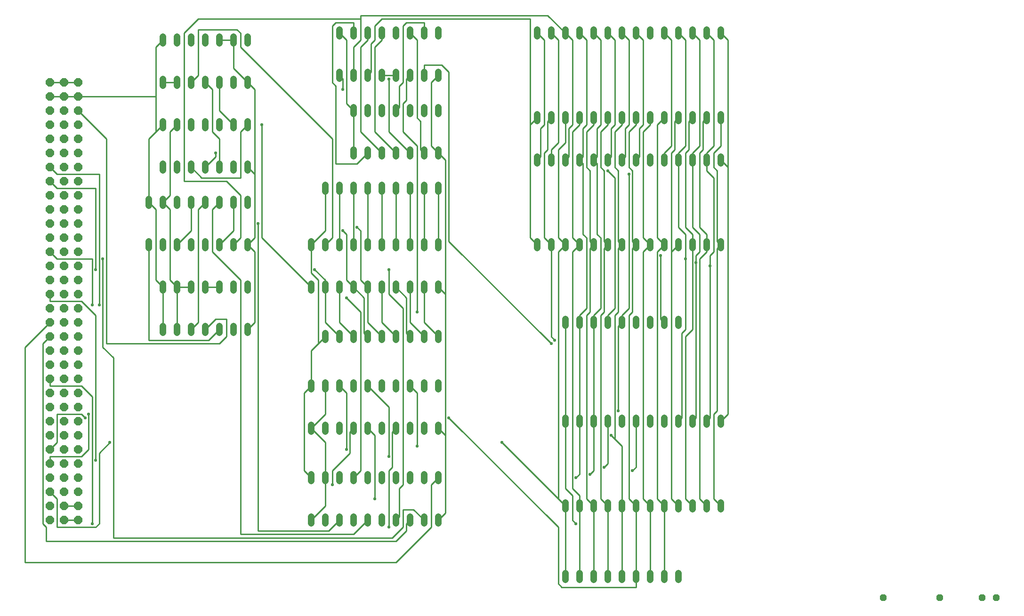
<source format=gbr>
G04 EAGLE Gerber RS-274X export*
G75*
%MOMM*%
%FSLAX34Y34*%
%LPD*%
%INTop Copper*%
%IPPOS*%
%AMOC8*
5,1,8,0,0,1.08239X$1,22.5*%
G01*
%ADD10P,1.649562X8X202.500000*%
%ADD11P,1.319650X8X202.500000*%
%ADD12C,1.219200*%
%ADD13C,0.254000*%
%ADD14C,0.558800*%


D10*
X50800Y177800D03*
X50800Y203200D03*
X50800Y228600D03*
X50800Y254000D03*
X50800Y279400D03*
X50800Y304800D03*
X50800Y330200D03*
X50800Y355600D03*
X50800Y381000D03*
X50800Y406400D03*
X50800Y431800D03*
X50800Y457200D03*
X50800Y482600D03*
X50800Y508000D03*
X50800Y533400D03*
X50800Y558800D03*
X76200Y177800D03*
X76200Y203200D03*
X76200Y228600D03*
X76200Y254000D03*
X76200Y279400D03*
X76200Y304800D03*
X76200Y330200D03*
X76200Y355600D03*
X76200Y381000D03*
X76200Y406400D03*
X76200Y431800D03*
X76200Y457200D03*
X76200Y482600D03*
X76200Y508000D03*
X76200Y533400D03*
X76200Y558800D03*
X101600Y177800D03*
X101600Y203200D03*
X101600Y228600D03*
X101600Y254000D03*
X101600Y279400D03*
X101600Y304800D03*
X101600Y330200D03*
X101600Y355600D03*
X101600Y381000D03*
X101600Y406400D03*
X101600Y431800D03*
X101600Y457200D03*
X101600Y482600D03*
X101600Y508000D03*
X101600Y533400D03*
X101600Y558800D03*
X50800Y584200D03*
X50800Y609600D03*
X50800Y635000D03*
X50800Y660400D03*
X50800Y685800D03*
X50800Y711200D03*
X50800Y736600D03*
X50800Y762000D03*
X50800Y787400D03*
X50800Y812800D03*
X50800Y838200D03*
X50800Y863600D03*
X50800Y889000D03*
X50800Y914400D03*
X50800Y939800D03*
X50800Y965200D03*
X76200Y584200D03*
X76200Y609600D03*
X76200Y635000D03*
X76200Y660400D03*
X76200Y685800D03*
X76200Y711200D03*
X76200Y736600D03*
X76200Y762000D03*
X76200Y787400D03*
X76200Y812800D03*
X76200Y838200D03*
X76200Y863600D03*
X76200Y889000D03*
X76200Y914400D03*
X76200Y939800D03*
X76200Y965200D03*
X101600Y584200D03*
X101600Y609600D03*
X101600Y635000D03*
X101600Y660400D03*
X101600Y685800D03*
X101600Y711200D03*
X101600Y736600D03*
X101600Y762000D03*
X101600Y787400D03*
X101600Y812800D03*
X101600Y838200D03*
X101600Y863600D03*
X101600Y889000D03*
X101600Y914400D03*
X101600Y939800D03*
X101600Y965200D03*
D11*
X1752600Y38100D03*
X1727200Y38100D03*
X1651000Y38100D03*
X1549400Y38100D03*
D12*
X927100Y895604D02*
X927100Y907796D01*
X952500Y907796D02*
X952500Y895604D01*
X977900Y895604D02*
X977900Y907796D01*
X1003300Y907796D02*
X1003300Y895604D01*
X1028700Y895604D02*
X1028700Y907796D01*
X1054100Y907796D02*
X1054100Y895604D01*
X1079500Y895604D02*
X1079500Y907796D01*
X1104900Y907796D02*
X1104900Y895604D01*
X1130300Y895604D02*
X1130300Y907796D01*
X1155700Y907796D02*
X1155700Y895604D01*
X1181100Y895604D02*
X1181100Y907796D01*
X1206500Y907796D02*
X1206500Y895604D01*
X1231900Y895604D02*
X1231900Y907796D01*
X1257300Y907796D02*
X1257300Y895604D01*
X1257300Y1048004D02*
X1257300Y1060196D01*
X1231900Y1060196D02*
X1231900Y1048004D01*
X1206500Y1048004D02*
X1206500Y1060196D01*
X1181100Y1060196D02*
X1181100Y1048004D01*
X1155700Y1048004D02*
X1155700Y1060196D01*
X1130300Y1060196D02*
X1130300Y1048004D01*
X1104900Y1048004D02*
X1104900Y1060196D01*
X1079500Y1060196D02*
X1079500Y1048004D01*
X1054100Y1048004D02*
X1054100Y1060196D01*
X1028700Y1060196D02*
X1028700Y1048004D01*
X1003300Y1048004D02*
X1003300Y1060196D01*
X977900Y1060196D02*
X977900Y1048004D01*
X952500Y1048004D02*
X952500Y1060196D01*
X927100Y1060196D02*
X927100Y1048004D01*
X927100Y679196D02*
X927100Y667004D01*
X952500Y667004D02*
X952500Y679196D01*
X977900Y679196D02*
X977900Y667004D01*
X1003300Y667004D02*
X1003300Y679196D01*
X1028700Y679196D02*
X1028700Y667004D01*
X1054100Y667004D02*
X1054100Y679196D01*
X1079500Y679196D02*
X1079500Y667004D01*
X1104900Y667004D02*
X1104900Y679196D01*
X1130300Y679196D02*
X1130300Y667004D01*
X1155700Y667004D02*
X1155700Y679196D01*
X1181100Y679196D02*
X1181100Y667004D01*
X1206500Y667004D02*
X1206500Y679196D01*
X1231900Y679196D02*
X1231900Y667004D01*
X1257300Y667004D02*
X1257300Y679196D01*
X1257300Y819404D02*
X1257300Y831596D01*
X1231900Y831596D02*
X1231900Y819404D01*
X1206500Y819404D02*
X1206500Y831596D01*
X1181100Y831596D02*
X1181100Y819404D01*
X1155700Y819404D02*
X1155700Y831596D01*
X1130300Y831596D02*
X1130300Y819404D01*
X1104900Y819404D02*
X1104900Y831596D01*
X1079500Y831596D02*
X1079500Y819404D01*
X1054100Y819404D02*
X1054100Y831596D01*
X1028700Y831596D02*
X1028700Y819404D01*
X1003300Y819404D02*
X1003300Y831596D01*
X977900Y831596D02*
X977900Y819404D01*
X952500Y819404D02*
X952500Y831596D01*
X927100Y831596D02*
X927100Y819404D01*
X977900Y209296D02*
X977900Y197104D01*
X1003300Y197104D02*
X1003300Y209296D01*
X1130300Y209296D02*
X1130300Y197104D01*
X1155700Y197104D02*
X1155700Y209296D01*
X1028700Y209296D02*
X1028700Y197104D01*
X1054100Y197104D02*
X1054100Y209296D01*
X1104900Y209296D02*
X1104900Y197104D01*
X1079500Y197104D02*
X1079500Y209296D01*
X1181100Y209296D02*
X1181100Y197104D01*
X1206500Y197104D02*
X1206500Y209296D01*
X1231900Y209296D02*
X1231900Y197104D01*
X1257300Y197104D02*
X1257300Y209296D01*
X1257300Y349504D02*
X1257300Y361696D01*
X1231900Y361696D02*
X1231900Y349504D01*
X1206500Y349504D02*
X1206500Y361696D01*
X1181100Y361696D02*
X1181100Y349504D01*
X1155700Y349504D02*
X1155700Y361696D01*
X1130300Y361696D02*
X1130300Y349504D01*
X1104900Y349504D02*
X1104900Y361696D01*
X1079500Y361696D02*
X1079500Y349504D01*
X1054100Y349504D02*
X1054100Y361696D01*
X1028700Y361696D02*
X1028700Y349504D01*
X1003300Y349504D02*
X1003300Y361696D01*
X977900Y361696D02*
X977900Y349504D01*
X1181100Y82296D02*
X1181100Y70104D01*
X1155700Y70104D02*
X1155700Y82296D01*
X1130300Y82296D02*
X1130300Y70104D01*
X1104900Y70104D02*
X1104900Y82296D01*
X1079500Y82296D02*
X1079500Y70104D01*
X1054100Y70104D02*
X1054100Y82296D01*
X1028700Y82296D02*
X1028700Y70104D01*
X1003300Y70104D02*
X1003300Y82296D01*
X977900Y82296D02*
X977900Y70104D01*
X977900Y527304D02*
X977900Y539496D01*
X1003300Y539496D02*
X1003300Y527304D01*
X1028700Y527304D02*
X1028700Y539496D01*
X1054100Y539496D02*
X1054100Y527304D01*
X1079500Y527304D02*
X1079500Y539496D01*
X1104900Y539496D02*
X1104900Y527304D01*
X1130300Y527304D02*
X1130300Y539496D01*
X1155700Y539496D02*
X1155700Y527304D01*
X1181100Y527304D02*
X1181100Y539496D01*
X254000Y806704D02*
X254000Y818896D01*
X279400Y818896D02*
X279400Y806704D01*
X406400Y806704D02*
X406400Y818896D01*
X406400Y882904D02*
X406400Y895096D01*
X304800Y818896D02*
X304800Y806704D01*
X330200Y806704D02*
X330200Y818896D01*
X381000Y818896D02*
X381000Y806704D01*
X355600Y806704D02*
X355600Y818896D01*
X381000Y882904D02*
X381000Y895096D01*
X355600Y895096D02*
X355600Y882904D01*
X330200Y882904D02*
X330200Y895096D01*
X304800Y895096D02*
X304800Y882904D01*
X279400Y882904D02*
X279400Y895096D01*
X254000Y895096D02*
X254000Y882904D01*
X571500Y971804D02*
X571500Y983996D01*
X596900Y983996D02*
X596900Y971804D01*
X723900Y971804D02*
X723900Y983996D01*
X749300Y983996D02*
X749300Y971804D01*
X622300Y971804D02*
X622300Y983996D01*
X647700Y983996D02*
X647700Y971804D01*
X698500Y971804D02*
X698500Y983996D01*
X673100Y983996D02*
X673100Y971804D01*
X749300Y1048004D02*
X749300Y1060196D01*
X723900Y1060196D02*
X723900Y1048004D01*
X698500Y1048004D02*
X698500Y1060196D01*
X673100Y1060196D02*
X673100Y1048004D01*
X647700Y1048004D02*
X647700Y1060196D01*
X622300Y1060196D02*
X622300Y1048004D01*
X596900Y1048004D02*
X596900Y1060196D01*
X571500Y1060196D02*
X571500Y1048004D01*
X520700Y348996D02*
X520700Y336804D01*
X546100Y336804D02*
X546100Y348996D01*
X673100Y348996D02*
X673100Y336804D01*
X698500Y336804D02*
X698500Y348996D01*
X571500Y348996D02*
X571500Y336804D01*
X596900Y336804D02*
X596900Y348996D01*
X647700Y348996D02*
X647700Y336804D01*
X622300Y336804D02*
X622300Y348996D01*
X723900Y348996D02*
X723900Y336804D01*
X749300Y336804D02*
X749300Y348996D01*
X749300Y413004D02*
X749300Y425196D01*
X723900Y425196D02*
X723900Y413004D01*
X698500Y413004D02*
X698500Y425196D01*
X673100Y425196D02*
X673100Y413004D01*
X647700Y413004D02*
X647700Y425196D01*
X622300Y425196D02*
X622300Y413004D01*
X596900Y413004D02*
X596900Y425196D01*
X571500Y425196D02*
X571500Y413004D01*
X546100Y413004D02*
X546100Y425196D01*
X520700Y425196D02*
X520700Y413004D01*
X520700Y183896D02*
X520700Y171704D01*
X546100Y171704D02*
X546100Y183896D01*
X673100Y183896D02*
X673100Y171704D01*
X698500Y171704D02*
X698500Y183896D01*
X571500Y183896D02*
X571500Y171704D01*
X596900Y171704D02*
X596900Y183896D01*
X647700Y183896D02*
X647700Y171704D01*
X622300Y171704D02*
X622300Y183896D01*
X723900Y183896D02*
X723900Y171704D01*
X749300Y171704D02*
X749300Y183896D01*
X749300Y247904D02*
X749300Y260096D01*
X723900Y260096D02*
X723900Y247904D01*
X698500Y247904D02*
X698500Y260096D01*
X673100Y260096D02*
X673100Y247904D01*
X647700Y247904D02*
X647700Y260096D01*
X622300Y260096D02*
X622300Y247904D01*
X596900Y247904D02*
X596900Y260096D01*
X571500Y260096D02*
X571500Y247904D01*
X546100Y247904D02*
X546100Y260096D01*
X520700Y260096D02*
X520700Y247904D01*
X596900Y832104D02*
X596900Y844296D01*
X622300Y844296D02*
X622300Y832104D01*
X749300Y832104D02*
X749300Y844296D01*
X749300Y908304D02*
X749300Y920496D01*
X647700Y844296D02*
X647700Y832104D01*
X673100Y832104D02*
X673100Y844296D01*
X723900Y844296D02*
X723900Y832104D01*
X698500Y832104D02*
X698500Y844296D01*
X723900Y908304D02*
X723900Y920496D01*
X698500Y920496D02*
X698500Y908304D01*
X673100Y908304D02*
X673100Y920496D01*
X647700Y920496D02*
X647700Y908304D01*
X622300Y908304D02*
X622300Y920496D01*
X596900Y920496D02*
X596900Y908304D01*
X520700Y602996D02*
X520700Y590804D01*
X546100Y590804D02*
X546100Y602996D01*
X673100Y602996D02*
X673100Y590804D01*
X698500Y590804D02*
X698500Y602996D01*
X571500Y602996D02*
X571500Y590804D01*
X596900Y590804D02*
X596900Y602996D01*
X647700Y602996D02*
X647700Y590804D01*
X622300Y590804D02*
X622300Y602996D01*
X723900Y602996D02*
X723900Y590804D01*
X749300Y590804D02*
X749300Y602996D01*
X749300Y667004D02*
X749300Y679196D01*
X723900Y679196D02*
X723900Y667004D01*
X698500Y667004D02*
X698500Y679196D01*
X673100Y679196D02*
X673100Y667004D01*
X647700Y667004D02*
X647700Y679196D01*
X622300Y679196D02*
X622300Y667004D01*
X596900Y667004D02*
X596900Y679196D01*
X571500Y679196D02*
X571500Y667004D01*
X546100Y667004D02*
X546100Y679196D01*
X520700Y679196D02*
X520700Y667004D01*
X546100Y514096D02*
X546100Y501904D01*
X571500Y501904D02*
X571500Y514096D01*
X596900Y514096D02*
X596900Y501904D01*
X622300Y501904D02*
X622300Y514096D01*
X647700Y514096D02*
X647700Y501904D01*
X673100Y501904D02*
X673100Y514096D01*
X698500Y514096D02*
X698500Y501904D01*
X723900Y501904D02*
X723900Y514096D01*
X749300Y514096D02*
X749300Y501904D01*
X546100Y768604D02*
X546100Y780796D01*
X571500Y780796D02*
X571500Y768604D01*
X596900Y768604D02*
X596900Y780796D01*
X622300Y780796D02*
X622300Y768604D01*
X647700Y768604D02*
X647700Y780796D01*
X673100Y780796D02*
X673100Y768604D01*
X698500Y768604D02*
X698500Y780796D01*
X723900Y780796D02*
X723900Y768604D01*
X749300Y768604D02*
X749300Y780796D01*
X254000Y959104D02*
X254000Y971296D01*
X279400Y971296D02*
X279400Y959104D01*
X406400Y959104D02*
X406400Y971296D01*
X406400Y1035304D02*
X406400Y1047496D01*
X304800Y971296D02*
X304800Y959104D01*
X330200Y959104D02*
X330200Y971296D01*
X381000Y971296D02*
X381000Y959104D01*
X355600Y959104D02*
X355600Y971296D01*
X381000Y1035304D02*
X381000Y1047496D01*
X355600Y1047496D02*
X355600Y1035304D01*
X330200Y1035304D02*
X330200Y1047496D01*
X304800Y1047496D02*
X304800Y1035304D01*
X279400Y1035304D02*
X279400Y1047496D01*
X254000Y1047496D02*
X254000Y1035304D01*
X228600Y679196D02*
X228600Y667004D01*
X254000Y667004D02*
X254000Y679196D01*
X381000Y679196D02*
X381000Y667004D01*
X406400Y667004D02*
X406400Y679196D01*
X279400Y679196D02*
X279400Y667004D01*
X304800Y667004D02*
X304800Y679196D01*
X355600Y679196D02*
X355600Y667004D01*
X330200Y667004D02*
X330200Y679196D01*
X406400Y743204D02*
X406400Y755396D01*
X381000Y755396D02*
X381000Y743204D01*
X355600Y743204D02*
X355600Y755396D01*
X330200Y755396D02*
X330200Y743204D01*
X304800Y743204D02*
X304800Y755396D01*
X279400Y755396D02*
X279400Y743204D01*
X254000Y743204D02*
X254000Y755396D01*
X228600Y755396D02*
X228600Y743204D01*
X254000Y526796D02*
X254000Y514604D01*
X279400Y514604D02*
X279400Y526796D01*
X406400Y526796D02*
X406400Y514604D01*
X406400Y590804D02*
X406400Y602996D01*
X304800Y526796D02*
X304800Y514604D01*
X330200Y514604D02*
X330200Y526796D01*
X381000Y526796D02*
X381000Y514604D01*
X355600Y514604D02*
X355600Y526796D01*
X381000Y590804D02*
X381000Y602996D01*
X355600Y602996D02*
X355600Y590804D01*
X330200Y590804D02*
X330200Y602996D01*
X304800Y602996D02*
X304800Y590804D01*
X279400Y590804D02*
X279400Y602996D01*
X254000Y602996D02*
X254000Y590804D01*
D13*
X76200Y965200D02*
X50800Y965200D01*
X76200Y965200D02*
X101600Y965200D01*
X381000Y990600D02*
X406400Y965200D01*
X381000Y990600D02*
X381000Y1041400D01*
X355600Y1041400D01*
X266700Y762000D02*
X254000Y749300D01*
X266700Y762000D02*
X266700Y876300D01*
X279400Y889000D01*
X419100Y685800D02*
X406400Y673100D01*
X419100Y685800D02*
X419100Y800100D01*
X406400Y812800D01*
X355600Y596900D02*
X330200Y596900D01*
X279400Y596900D02*
X279400Y520700D01*
X279400Y596900D02*
X304800Y596900D01*
X406400Y673100D02*
X419100Y660400D01*
X419100Y533400D01*
X406400Y520700D01*
X266700Y736600D02*
X254000Y749300D01*
X266700Y736600D02*
X266700Y609600D01*
X279400Y596900D01*
X419100Y952500D02*
X406400Y965200D01*
X419100Y952500D02*
X419100Y800100D01*
X546100Y368300D02*
X520700Y342900D01*
X546100Y368300D02*
X546100Y419100D01*
X101600Y177800D02*
X76200Y177800D01*
X520700Y177800D02*
X546100Y203200D01*
X546100Y254000D01*
X546100Y317500D02*
X520700Y342900D01*
X546100Y317500D02*
X546100Y254000D01*
X647700Y977900D02*
X673100Y977900D01*
X736600Y850900D02*
X749300Y838200D01*
X736600Y850900D02*
X736600Y965200D01*
X749300Y977900D01*
X1250950Y679450D02*
X1257300Y673100D01*
X1250950Y679450D02*
X1250950Y806450D01*
X1244600Y812800D01*
X1244600Y838200D01*
X1257300Y850900D01*
X1257300Y901700D01*
X762000Y190500D02*
X749300Y177800D01*
X762000Y190500D02*
X762000Y330200D01*
X749300Y342900D01*
X762000Y584200D02*
X749300Y596900D01*
X762000Y584200D02*
X762000Y330200D01*
X1250950Y666750D02*
X1257300Y673100D01*
X1250950Y666750D02*
X1250950Y374650D01*
X1244600Y368300D01*
X1244600Y215900D01*
X1257300Y203200D01*
X762000Y825500D02*
X749300Y838200D01*
X762000Y825500D02*
X762000Y584200D01*
X927100Y825500D02*
X933450Y831850D01*
X933450Y882650D01*
X939800Y889000D01*
X939800Y1041400D01*
X927100Y1054100D01*
X596900Y914400D02*
X596900Y838200D01*
X584200Y1041400D02*
X571500Y1054100D01*
X584200Y1041400D02*
X584200Y927100D01*
X596900Y914400D01*
X546100Y698500D02*
X520700Y673100D01*
X546100Y698500D02*
X546100Y774700D01*
X381000Y698500D02*
X355600Y673100D01*
X381000Y698500D02*
X381000Y749300D01*
X254000Y596900D02*
X254000Y520700D01*
X76200Y939800D02*
X50800Y939800D01*
X76200Y939800D02*
X101600Y939800D01*
X228600Y863600D02*
X241300Y876300D01*
X254000Y889000D01*
X228600Y863600D02*
X228600Y749300D01*
X241300Y1028700D02*
X254000Y1041400D01*
X241300Y939800D02*
X241300Y876300D01*
X241300Y939800D02*
X241300Y1028700D01*
X304800Y698500D02*
X279400Y673100D01*
X304800Y698500D02*
X304800Y749300D01*
X241300Y939800D02*
X101600Y939800D01*
X241300Y609600D02*
X254000Y596900D01*
X241300Y609600D02*
X241300Y736600D01*
X228600Y749300D01*
X977900Y533400D02*
X977900Y355600D01*
X101600Y203200D02*
X76200Y203200D01*
X508000Y266700D02*
X520700Y254000D01*
X508000Y266700D02*
X508000Y406400D01*
X520700Y419100D01*
X520700Y482600D02*
X533400Y495300D01*
X546100Y508000D01*
X520700Y482600D02*
X520700Y419100D01*
X990600Y177800D02*
X996950Y171450D01*
X990600Y177800D02*
X990600Y222250D01*
X977900Y234950D01*
X977900Y355600D01*
X520700Y622300D02*
X520700Y673100D01*
X520700Y622300D02*
X533400Y609600D01*
X533400Y495300D01*
D14*
X996950Y171450D03*
D13*
X571500Y508000D02*
X546100Y533400D01*
X546100Y596900D01*
X546100Y609600D02*
X527050Y628650D01*
X546100Y609600D02*
X546100Y596900D01*
D14*
X527050Y628650D03*
D13*
X571500Y533400D02*
X596900Y508000D01*
X571500Y533400D02*
X571500Y596900D01*
X63500Y647700D02*
X50800Y660400D01*
X63500Y647700D02*
X127000Y647700D01*
X127000Y565150D01*
D14*
X127000Y565150D03*
D13*
X622300Y533400D02*
X647700Y508000D01*
X622300Y533400D02*
X622300Y596900D01*
X609600Y698500D02*
X603250Y704850D01*
X609600Y698500D02*
X609600Y609600D01*
X622300Y596900D01*
D14*
X603250Y704850D03*
D13*
X647700Y533400D02*
X673100Y508000D01*
X647700Y533400D02*
X647700Y596900D01*
X692150Y514350D02*
X698500Y508000D01*
X692150Y514350D02*
X692150Y577850D01*
X673100Y596900D01*
X698500Y533400D02*
X723900Y508000D01*
X698500Y533400D02*
X698500Y596900D01*
X63500Y774700D02*
X50800Y787400D01*
X63500Y774700D02*
X133350Y774700D01*
X133350Y628650D01*
D14*
X133350Y628650D03*
D13*
X615950Y514350D02*
X622300Y508000D01*
X615950Y514350D02*
X615950Y577850D01*
X596900Y596900D01*
X584200Y692150D02*
X577850Y698500D01*
X584200Y692150D02*
X584200Y609600D01*
X596900Y596900D01*
D14*
X577850Y698500D03*
D13*
X723900Y533400D02*
X749300Y508000D01*
X723900Y533400D02*
X723900Y596900D01*
X63500Y800100D02*
X50800Y812800D01*
X63500Y800100D02*
X139700Y800100D01*
X139700Y565150D01*
D14*
X139700Y565150D03*
D13*
X158750Y317500D02*
X139700Y298450D01*
X139700Y171450D01*
X133350Y165100D01*
X63500Y165100D01*
X63500Y215900D01*
X50800Y228600D01*
D14*
X158750Y317500D03*
D13*
X590550Y336550D02*
X596900Y342900D01*
X590550Y336550D02*
X590550Y298450D01*
X558800Y266700D01*
X558800Y241300D01*
D14*
X558800Y241300D03*
D13*
X120650Y304800D02*
X120650Y368300D01*
X120650Y304800D02*
X107950Y292100D01*
X50800Y292100D01*
X50800Y279400D01*
D14*
X120650Y368300D03*
D13*
X114300Y361950D02*
X107950Y368300D01*
X63500Y368300D01*
X63500Y317500D01*
X50800Y304800D01*
D14*
X114300Y361950D03*
D13*
X698500Y419100D02*
X711200Y406400D01*
X711200Y311150D01*
D14*
X711200Y311150D03*
D13*
X127000Y400050D02*
X127000Y171450D01*
X127000Y400050D02*
X107950Y419100D01*
X50800Y419100D01*
X50800Y431800D01*
D14*
X127000Y171450D03*
D13*
X692150Y171450D02*
X698500Y177800D01*
X692150Y171450D02*
X692150Y158750D01*
X673100Y139700D01*
X44450Y139700D01*
X44450Y165100D01*
X38100Y171450D01*
X38100Y495300D01*
X50800Y508000D01*
X736600Y241300D02*
X749300Y254000D01*
X736600Y241300D02*
X736600Y165100D01*
X673100Y101600D01*
X6350Y101600D01*
X6350Y488950D01*
X50800Y533400D01*
X133350Y546100D02*
X133350Y285750D01*
X133350Y546100D02*
X107950Y571500D01*
X50800Y571500D01*
X50800Y584200D01*
D14*
X133350Y285750D03*
D13*
X596900Y254000D02*
X609600Y266700D01*
X609600Y552450D01*
X584200Y577850D01*
D14*
X584200Y577850D03*
D13*
X381000Y889000D02*
X355600Y914400D01*
X355600Y965200D01*
X431800Y685800D02*
X520700Y596900D01*
X431800Y685800D02*
X431800Y889000D01*
X355600Y863600D02*
X355600Y812800D01*
X355600Y863600D02*
X342900Y876300D01*
X342900Y952500D01*
X330200Y965200D01*
D14*
X431800Y889000D03*
D13*
X349250Y539750D02*
X330200Y520700D01*
X349250Y539750D02*
X368300Y539750D01*
X368300Y508000D01*
X355600Y495300D01*
X152400Y495300D01*
X152400Y863600D01*
X101600Y914400D01*
X1143000Y685800D02*
X1155700Y673100D01*
X1143000Y685800D02*
X1143000Y889000D01*
X1155700Y901700D01*
X1155700Y203200D02*
X1155700Y76200D01*
X584200Y406400D02*
X571500Y419100D01*
X584200Y406400D02*
X584200Y304800D01*
X1143000Y660400D02*
X1155700Y673100D01*
X1143000Y660400D02*
X1143000Y215900D01*
X1155700Y203200D01*
D14*
X584200Y304800D03*
D13*
X1117600Y685800D02*
X1130300Y673100D01*
X1117600Y685800D02*
X1117600Y876300D01*
X1130300Y889000D01*
X1130300Y901700D01*
X1130300Y203200D02*
X1130300Y76200D01*
X660400Y381000D02*
X622300Y419100D01*
X660400Y381000D02*
X660400Y292100D01*
X1117600Y660400D02*
X1130300Y673100D01*
X1117600Y660400D02*
X1117600Y215900D01*
X1130300Y203200D01*
D14*
X660400Y292100D03*
D13*
X1098550Y679450D02*
X1104900Y673100D01*
X1098550Y679450D02*
X1098550Y806450D01*
X1092200Y812800D01*
X1092200Y876300D01*
X1104900Y889000D01*
X1104900Y901700D01*
X1104900Y203200D02*
X1104900Y76200D01*
X965200Y165100D02*
X768350Y361950D01*
X965200Y165100D02*
X965200Y63500D01*
X971550Y57150D01*
X1104900Y57150D01*
X1104900Y76200D01*
X1098550Y666750D02*
X1104900Y673100D01*
X1098550Y666750D02*
X1098550Y552450D01*
X1092200Y546100D01*
X1092200Y215900D01*
X1104900Y203200D01*
D14*
X768350Y361950D03*
D13*
X1079500Y673100D02*
X1073150Y679450D01*
X1073150Y806450D01*
X1066800Y812800D01*
X1066800Y876300D01*
X1079500Y889000D01*
X1079500Y901700D01*
X1079500Y203200D02*
X1079500Y76200D01*
X1079500Y311150D02*
X1066800Y323850D01*
X1060450Y330200D01*
X1079500Y311150D02*
X1079500Y203200D01*
X1073150Y666750D02*
X1079500Y673100D01*
X1073150Y666750D02*
X1073150Y552450D01*
X1066800Y546100D01*
X1066800Y323850D01*
D14*
X1060450Y330200D03*
D13*
X1054100Y673100D02*
X1047750Y679450D01*
X1047750Y806450D01*
X1041400Y812800D01*
X1041400Y876300D01*
X1054100Y889000D01*
X1054100Y901700D01*
X1054100Y203200D02*
X1054100Y76200D01*
X1047750Y666750D02*
X1054100Y673100D01*
X1047750Y666750D02*
X1047750Y552450D01*
X1041400Y546100D01*
X1041400Y215900D01*
X1054100Y203200D01*
X1028700Y673100D02*
X1022350Y679450D01*
X1022350Y806450D01*
X1016000Y812800D01*
X1016000Y876300D01*
X1028700Y889000D01*
X1028700Y901700D01*
X1028700Y203200D02*
X1028700Y76200D01*
X673100Y342900D02*
X666750Y336550D01*
X666750Y273050D01*
X660400Y266700D01*
X660400Y165100D01*
X1022350Y666750D02*
X1028700Y673100D01*
X1022350Y666750D02*
X1022350Y552450D01*
X1016000Y546100D01*
X1016000Y215900D01*
X1028700Y203200D01*
D14*
X660400Y165100D03*
D13*
X1003300Y673100D02*
X990600Y685800D01*
X990600Y876300D01*
X1003300Y889000D01*
X1003300Y901700D01*
X1003300Y203200D02*
X1003300Y76200D01*
X635000Y330200D02*
X622300Y342900D01*
X635000Y330200D02*
X635000Y215900D01*
X990600Y660400D02*
X1003300Y673100D01*
X990600Y660400D02*
X990600Y234950D01*
X1003300Y222250D01*
X1003300Y203200D01*
D14*
X635000Y215900D03*
D13*
X977900Y673100D02*
X965200Y685800D01*
X965200Y844550D01*
X977900Y857250D01*
X977900Y901700D01*
X977900Y203200D02*
X977900Y76200D01*
X977900Y203200D02*
X965200Y215900D01*
X863600Y317500D01*
X965200Y660400D02*
X977900Y673100D01*
X965200Y660400D02*
X965200Y215900D01*
D14*
X863600Y317500D03*
D13*
X1003300Y825500D02*
X1009650Y831850D01*
X1009650Y882650D01*
X1016000Y889000D01*
X1016000Y1041400D01*
X1003300Y1054100D01*
X1003300Y260350D02*
X996950Y254000D01*
X1003300Y260350D02*
X1003300Y355600D01*
X1003300Y533400D01*
X1009650Y819150D02*
X1003300Y825500D01*
X1009650Y819150D02*
X1009650Y692150D01*
X1016000Y685800D01*
X1016000Y558800D01*
X1003300Y546100D01*
X1003300Y533400D01*
D14*
X996950Y254000D03*
D13*
X1028700Y825500D02*
X1035050Y831850D01*
X1035050Y882650D01*
X1041400Y889000D01*
X1041400Y1041400D01*
X1028700Y1054100D01*
X1028700Y266700D02*
X1022350Y260350D01*
X1028700Y266700D02*
X1028700Y355600D01*
X1028700Y533400D01*
X1035050Y819150D02*
X1028700Y825500D01*
X1035050Y819150D02*
X1035050Y692150D01*
X1041400Y685800D01*
X1041400Y558800D01*
X1028700Y546100D01*
X1028700Y533400D01*
D14*
X1022350Y260350D03*
D13*
X1104900Y825500D02*
X1111250Y831850D01*
X1111250Y882650D01*
X1117600Y889000D01*
X1117600Y1041400D01*
X1104900Y1054100D01*
X1104900Y273050D02*
X1098550Y266700D01*
X1104900Y273050D02*
X1104900Y355600D01*
X1066800Y793750D02*
X1054100Y806450D01*
X1066800Y793750D02*
X1066800Y558800D01*
X1054100Y546100D01*
X1054100Y533400D01*
D14*
X1098550Y266700D03*
X1054100Y806450D03*
D13*
X1054100Y825500D02*
X1060450Y831850D01*
X1060450Y882650D01*
X1066800Y889000D01*
X1066800Y1041400D01*
X1054100Y1054100D01*
X1054100Y279400D02*
X1047750Y273050D01*
X1054100Y279400D02*
X1054100Y355600D01*
X1073150Y527050D02*
X1079500Y533400D01*
X1073150Y527050D02*
X1073150Y374650D01*
X1092200Y558800D02*
X1092200Y800100D01*
X1092200Y558800D02*
X1079500Y546100D01*
X1079500Y533400D01*
D14*
X1047750Y273050D03*
X1073150Y374650D03*
X1092200Y800100D03*
D13*
X952500Y508000D02*
X958850Y501650D01*
X952500Y508000D02*
X952500Y673100D01*
X946150Y895350D02*
X952500Y901700D01*
X946150Y895350D02*
X946150Y844550D01*
X939800Y838200D01*
X939800Y685800D01*
X952500Y673100D01*
X577850Y971550D02*
X571500Y977900D01*
X577850Y971550D02*
X577850Y952500D01*
D14*
X958850Y501650D03*
X577850Y952500D03*
D13*
X977900Y825500D02*
X984250Y831850D01*
X984250Y882650D01*
X990600Y889000D01*
X990600Y1041400D01*
X977900Y1054100D01*
X393700Y685800D02*
X381000Y673100D01*
X393700Y685800D02*
X393700Y762000D01*
X368300Y787400D01*
X292100Y787400D01*
X292100Y1054100D01*
X317500Y1079500D01*
X609600Y1079500D01*
X609600Y1041400D01*
X596900Y1028700D01*
X596900Y977900D01*
X946150Y1085850D02*
X977900Y1054100D01*
X946150Y1085850D02*
X609600Y1085850D01*
X609600Y1079500D01*
X914400Y889000D02*
X927100Y901700D01*
X914400Y889000D02*
X914400Y685800D01*
X927100Y673100D01*
X1149350Y539750D02*
X1155700Y533400D01*
X1149350Y539750D02*
X1149350Y654050D01*
X628650Y984250D02*
X622300Y977900D01*
X628650Y984250D02*
X628650Y1035050D01*
X635000Y1041400D01*
X635000Y1066800D01*
X647700Y1079500D01*
X914400Y1079500D01*
X914400Y889000D01*
D14*
X1149350Y654050D03*
D13*
X317500Y533400D02*
X304800Y520700D01*
X317500Y533400D02*
X317500Y736600D01*
X330200Y749300D01*
X692150Y971550D02*
X698500Y977900D01*
X692150Y971550D02*
X692150Y933450D01*
X685800Y927100D01*
X685800Y876300D01*
X711200Y850900D01*
X711200Y552450D01*
D14*
X711200Y552450D03*
D13*
X571500Y673100D02*
X571500Y774700D01*
X1168400Y215900D02*
X1181100Y203200D01*
X1168400Y215900D02*
X1168400Y660400D01*
X1181100Y673100D01*
X1174750Y895350D02*
X1181100Y901700D01*
X1174750Y895350D02*
X1174750Y844550D01*
X1168400Y838200D01*
X1168400Y660400D01*
X596900Y673100D02*
X596900Y774700D01*
X1193800Y215900D02*
X1206500Y203200D01*
X1193800Y215900D02*
X1193800Y508000D01*
X1206500Y520700D01*
X1206500Y673100D01*
X1200150Y895350D02*
X1206500Y901700D01*
X1200150Y895350D02*
X1200150Y844550D01*
X1193800Y838200D01*
X1193800Y704850D01*
X1206500Y692150D01*
X1206500Y673100D01*
X622300Y673100D02*
X622300Y774700D01*
X1219200Y215900D02*
X1231900Y203200D01*
X1219200Y215900D02*
X1219200Y647700D01*
X1231900Y660400D01*
X1231900Y673100D01*
X1225550Y895350D02*
X1231900Y901700D01*
X1225550Y895350D02*
X1225550Y844550D01*
X1219200Y838200D01*
X1219200Y704850D01*
X1231900Y692150D01*
X1231900Y673100D01*
X647700Y673100D02*
X647700Y774700D01*
X1257300Y355600D02*
X1270000Y368300D01*
X1270000Y812800D01*
X1257300Y825500D01*
X1270000Y1041400D02*
X1257300Y1054100D01*
X1270000Y1041400D02*
X1270000Y812800D01*
X673100Y774700D02*
X673100Y673100D01*
X1231900Y355600D02*
X1238250Y361950D01*
X1238250Y635000D02*
X1238250Y654050D01*
X1238250Y635000D02*
X1238250Y361950D01*
X1238250Y654050D02*
X1244600Y660400D01*
X1244600Y793750D01*
X1231900Y806450D01*
X1231900Y825500D01*
X1244600Y1041400D02*
X1231900Y1054100D01*
X1244600Y1041400D02*
X1244600Y850900D01*
X1231900Y838200D01*
X1231900Y825500D01*
D14*
X1238250Y635000D03*
D13*
X698500Y673100D02*
X698500Y774700D01*
X1206500Y355600D02*
X1212850Y361950D01*
X1212850Y641350D02*
X1212850Y654050D01*
X1212850Y641350D02*
X1212850Y361950D01*
X1212850Y654050D02*
X1219200Y660400D01*
X1219200Y692150D01*
X1206500Y704850D01*
X1206500Y825500D01*
X1219200Y1041400D02*
X1206500Y1054100D01*
X1219200Y1041400D02*
X1219200Y850900D01*
X1206500Y838200D01*
X1206500Y825500D01*
D14*
X1212850Y641350D03*
D13*
X723900Y673100D02*
X723900Y774700D01*
X1181100Y355600D02*
X1187450Y361950D01*
X1187450Y514350D01*
X1193800Y520700D01*
X1193800Y647700D02*
X1193800Y692150D01*
X1193800Y647700D02*
X1193800Y520700D01*
X1193800Y692150D02*
X1181100Y704850D01*
X1181100Y825500D01*
X1193800Y1041400D02*
X1181100Y1054100D01*
X1193800Y1041400D02*
X1193800Y850900D01*
X1181100Y838200D01*
X1181100Y825500D01*
D14*
X1193800Y647700D03*
D13*
X749300Y673100D02*
X749300Y774700D01*
X1155700Y1054100D02*
X1168400Y1041400D01*
X1168400Y850900D01*
X1155700Y838200D01*
X1155700Y825500D01*
X1085850Y831850D02*
X1079500Y825500D01*
X1085850Y831850D02*
X1085850Y882650D01*
X1092200Y889000D01*
X1092200Y1041400D01*
X1079500Y1054100D01*
X349250Y831850D02*
X330200Y812800D01*
X349250Y831850D02*
X349250Y838200D01*
X952500Y1054100D02*
X965200Y1041400D01*
X965200Y857250D01*
X952500Y844550D01*
X952500Y825500D01*
D14*
X349250Y838200D03*
D13*
X323850Y793750D02*
X304800Y812800D01*
X323850Y793750D02*
X393700Y793750D01*
X393700Y876300D01*
X406400Y889000D01*
X768350Y679450D02*
X952500Y495300D01*
X768350Y679450D02*
X768350Y984250D01*
X755650Y996950D01*
X723900Y996950D01*
X723900Y977900D01*
D14*
X952500Y495300D03*
D13*
X673100Y914400D02*
X679450Y920750D01*
X679450Y958850D01*
X685800Y965200D01*
X685800Y1066800D01*
X692150Y1073150D01*
X723900Y1073150D01*
X723900Y1054100D01*
X717550Y844550D02*
X723900Y838200D01*
X717550Y844550D02*
X717550Y895350D01*
X711200Y901700D01*
X711200Y1041400D01*
X698500Y1054100D01*
X660400Y876300D02*
X698500Y838200D01*
X660400Y876300D02*
X660400Y971550D01*
D14*
X660400Y971550D03*
D13*
X635000Y876300D02*
X673100Y838200D01*
X635000Y876300D02*
X635000Y1028700D01*
X647700Y1041400D01*
X647700Y1054100D01*
X609600Y876300D02*
X647700Y838200D01*
X609600Y876300D02*
X609600Y1028700D01*
X622300Y1041400D01*
X622300Y1054100D01*
X622300Y838200D02*
X603250Y819150D01*
X565150Y819150D01*
X565150Y958850D01*
X558800Y965200D01*
X558800Y1066800D01*
X565150Y1073150D01*
X596900Y1073150D01*
X596900Y1054100D01*
X279400Y965200D02*
X254000Y965200D01*
X546100Y673100D02*
X558800Y685800D01*
X558800Y863600D01*
X393700Y1028700D01*
X393700Y1054100D01*
X387350Y1060450D01*
X317500Y1060450D01*
X317500Y977900D01*
X304800Y965200D01*
X704850Y196850D02*
X723900Y177800D01*
X704850Y196850D02*
X685800Y196850D01*
X685800Y165100D01*
X666750Y146050D01*
X165100Y146050D01*
X165100Y469900D01*
X146050Y488950D01*
X146050Y647700D01*
D14*
X146050Y647700D03*
D13*
X673100Y177800D02*
X679450Y184150D01*
X679450Y234950D01*
X685800Y241300D01*
X685800Y558800D01*
X660400Y584200D01*
X660400Y628650D01*
D14*
X660400Y628650D03*
D13*
X622300Y177800D02*
X596900Y152400D01*
X393700Y152400D01*
X393700Y609600D01*
X342900Y660400D01*
X342900Y736600D01*
X355600Y749300D01*
X571500Y177800D02*
X552450Y158750D01*
X425450Y158750D01*
X425450Y711200D01*
D14*
X425450Y711200D03*
D13*
X355600Y520700D02*
X336550Y501650D01*
X228600Y501650D01*
X228600Y673100D01*
M02*

</source>
